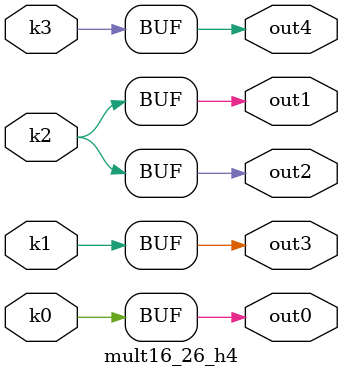
<source format=v>
module mult16_26(pi0, pi1, pi2, pi3, pi4, pi5, pi6, pi7, po0, po1, po2, po3, po4);
input pi0, pi1, pi2, pi3, pi4, pi5, pi6, pi7;
output po0, po1, po2, po3, po4;
wire k0, k1, k2, k3;
mult16_26_w4 DUT1 (pi0, pi1, pi2, pi3, pi4, pi5, pi6, pi7, k0, k1, k2, k3);
mult16_26_h4 DUT2 (k0, k1, k2, k3, po0, po1, po2, po3, po4);
endmodule

module mult16_26_w4(in7, in6, in5, in4, in3, in2, in1, in0, k3, k2, k1, k0);
input in7, in6, in5, in4, in3, in2, in1, in0;
output k3, k2, k1, k0;
assign k0 =   (~in1 | (in0 & (in7 | ~in6))) & (in0 | in7 | ~in6);
assign k1 =   in2 & (((~in1 ^ in0) & (in7 | ~in6)) | (~in7 & in6 & (in1 ^ in0)));
assign k2 =   ((~in1 ^ in0) & (in2 ? (((in4 ^ in3) & (in5 ? (in7 | ~in6) : (~in7 | in6))) | (~in4 & ~in3 & ((in7 & (~in6 | ~in5)) | (~in6 & ~in5))) | (in4 & in3 & ((in6 & in5) | (~in7 & (in6 | in5))))) : ((in7 & ((~in6 & ((~in5 & (in4 | in3)) | (in4 & in3))) | (~in5 & in4 & in3))) | (~in7 & ((in6 & ((~in4 & ~in3) | (in5 & (~in4 | ~in3)))) | (in5 & ~in4 & ~in3))) | (in6 & in5 & ~in4 & ~in3) | (~in6 & ~in5 & in4 & in3)))) | ((in1 ^ in0) & (in2 ? ((in7 & ((~in6 & ((~in5 & (in4 | in3)) | (in4 & in3))) | (~in5 & in4 & in3))) | (~in7 & ((in6 & ((~in4 & ~in3) | (in5 & (~in4 | ~in3)))) | (in5 & ~in4 & ~in3))) | (in6 & in5 & ~in4 & ~in3) | (~in6 & ~in5 & in4 & in3)) : (((in4 ^ in3) & (in5 ? (in7 | ~in6) : (~in7 | in6))) | (~in4 & ~in3 & ((in7 & (~in6 | ~in5)) | (~in6 & ~in5))) | (in4 & in3 & ((in6 & in5) | (~in7 & (in6 | in5)))))));
assign k3 =   ((in4 ^ in3) & (in7 ? (~in6 ^ in5) : (in6 ^ in5))) | ((~in4 ^ in3) & (in7 ? (in6 ^ in5) : (~in6 ^ in5)));
endmodule

module mult16_26_h4(k3, k2, k1, k0, out4, out3, out2, out1, out0);
input k3, k2, k1, k0;
output out4, out3, out2, out1, out0;
assign out0 = k0;
assign out1 = k2;
assign out2 = k2;
assign out3 = k1;
assign out4 = k3;
endmodule

</source>
